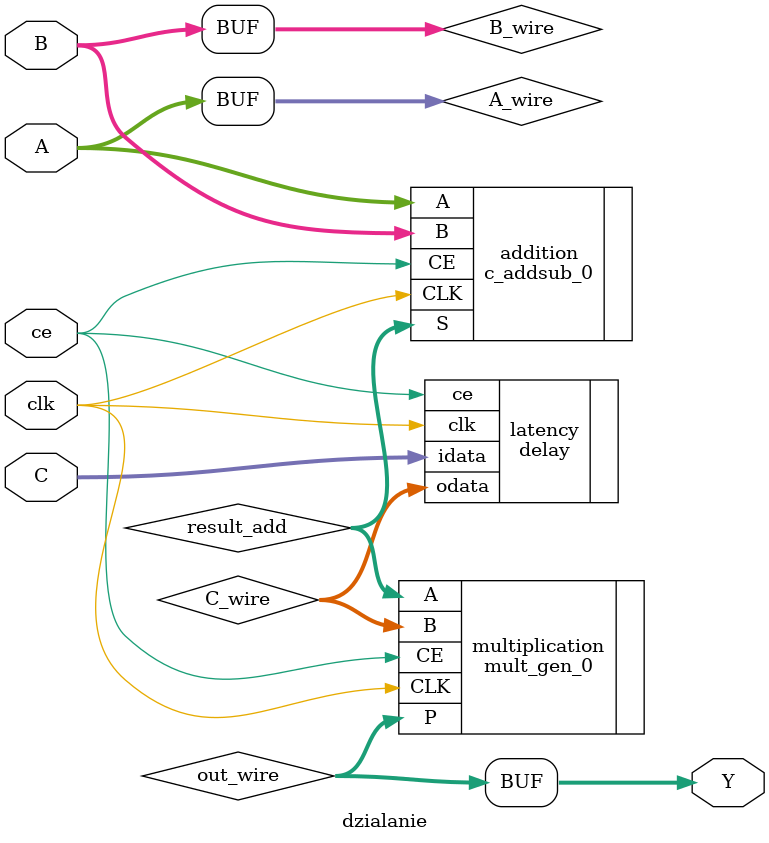
<source format=v>
`timescale 1ns / 1ps


module dzialanie(
    input clk,
    input ce,
    input [8:0] A, 
    input [8:0] B,
    input [8:0] C,
    output [18:0] Y 
    );

wire signed [8:0] A_wire;
wire signed [8:0] B_wire;
wire signed [8:0] C_wire;
wire signed [9:0] result_add; 
wire signed [18:0] out_wire;



c_addsub_0 addition( //latency = 2
    .A(A_wire),
    .B(B_wire),
    .CLK(clk),
    .CE(ce),
    .S(result_add));

delay #(
    .N(9),
    .DELAY(3)
)latency(
    .idata(C),
    .clk(clk),
    .ce(ce),
    .odata(C_wire)
);

mult_gen_0 multiplication(
    .CLK(clk),
    .A(result_add),
    .B(C_wire),
    .CE(ce),
    .P(out_wire));
    
assign A_wire = A;
assign B_wire = B;
assign Y = out_wire;
    
    
endmodule

</source>
